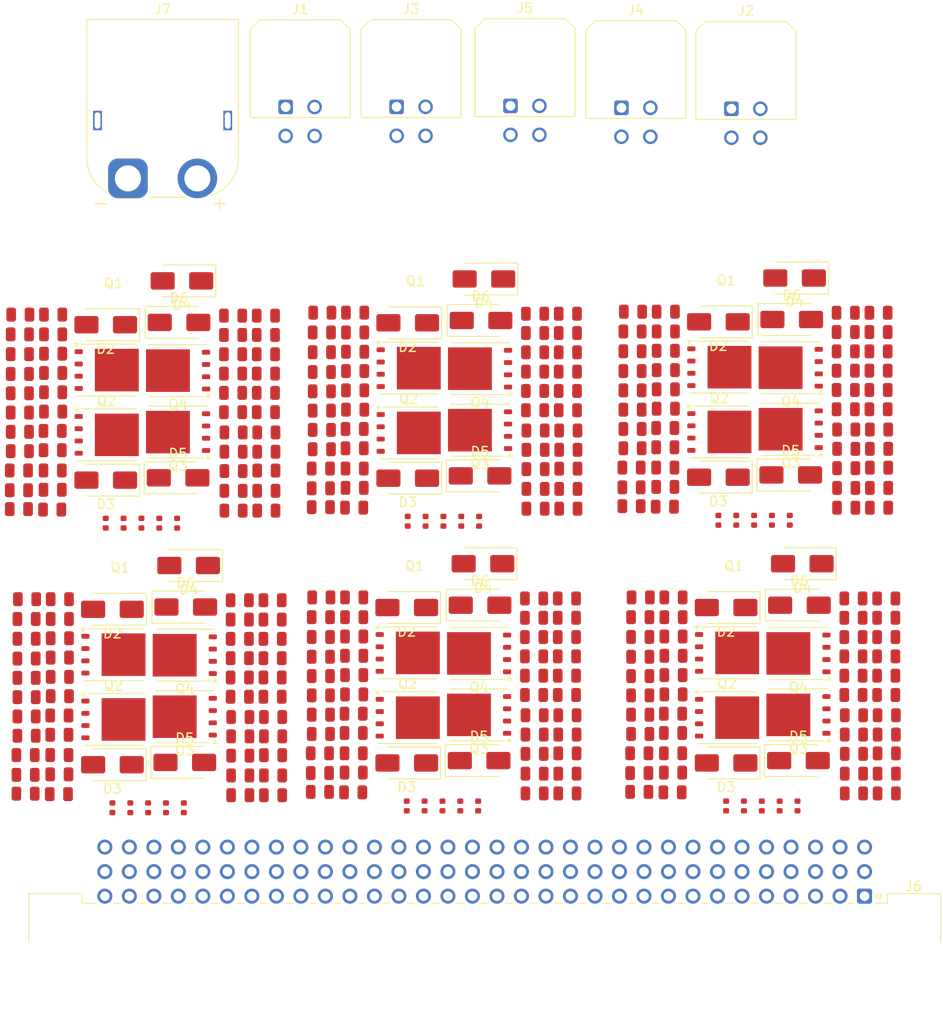
<source format=kicad_pcb>
(kicad_pcb (version 20241229) (generator "pcbnew") (generator_version "9.0")
  (layers (0 "F.Cu" signal) (2 "B.Cu" signal) (13 "F.Paste" user) (15 "B.Paste" user) (5 "F.SilkS" user "F.Silkscreen") (7 "B.SilkS" user "B.Silkscreen") (1 "F.Mask" user) (3 "B.Mask" user) (25 "Edge.Cuts" user))
  (net 0 "")
  (net 1 "GND")
  (net 2 "VIN_BL")
  (net 3 "VIN_BRIDGE")
  (net 4 "Net-(C2-Pad2)")
  (net 5 "Net-(C4-Pad2)")
  (net 6 "Net-(C6-Pad2)")
  (net 7 "Net-(C8-Pad2)")
  (net 8 "Net-(C10-Pad2)")
  (net 9 "Net-(C12-Pad2)")
  (net 10 "Net-(C14-Pad2)")
  (net 11 "Net-(C16-Pad2)")
  (net 12 "Net-(C18-Pad2)")
  (net 13 "Net-(C20-Pad2)")
  (net 14 "Net-(U1-VB)")
  (net 15 "/Conn1/HalfBridge/OUT")
  (net 16 "Net-(C24-Pad2)")
  (net 17 "Net-(C26-Pad2)")
  (net 18 "Net-(C28-Pad2)")
  (net 19 "Net-(C30-Pad2)")
  (net 20 "Net-(C32-Pad2)")
  (net 21 "Net-(C34-Pad2)")
  (net 22 "Net-(C36-Pad2)")
  (net 23 "Net-(C38-Pad2)")
  (net 24 "Net-(C40-Pad2)")
  (net 25 "Net-(C42-Pad2)")
  (net 26 "Net-(U2-VB)")
  (net 27 "/Conn1/HalfBridge1/OUT")
  (net 28 "/Conn2/HalfBridge1/OUT")
  (net 29 "/Conn2/HalfBridge/OUT")
  (net 30 "/Conn3/HalfBridge1/OUT")
  (net 31 "/Conn3/HalfBridge/OUT")
  (net 32 "/Conn4/HalfBridge1/OUT")
  (net 33 "/Conn4/HalfBridge/OUT")
  (net 34 "/Conn5/HalfBridge1/OUT")
  (net 35 "/Conn5/HalfBridge/OUT")
  (net 36 "Net-(J7-Pin_2)")
  (net 37 "Net-(D4-K)")
  (net 38 "Net-(J1-Pin_3)")
  (net 39 "+5V")
  (net 40 "Net-(J2-Pin_3)")
  (net 41 "Net-(J3-Pin_3)")
  (net 42 "Net-(J4-Pin_3)")
  (net 43 "Net-(J5-Pin_3)")
  (net 44 "/backplane/GPIOL15")
  (net 45 "/backplane/GPIOL13")
  (net 46 "/backplane/CAN2.-")
  (net 47 "/backplane/GPIOL6")
  (net 48 "/backplane/GPIOL2")
  (net 49 "/backplane/CAN2.+")
  (net 50 "/backplane/GPIOC12")
  (net 51 "+24V")
  (net 52 "/backplane/CAN1.-")
  (net 53 "/backplane/GPIOC0")
  (net 54 "/backplane/BACKPLANE.D-")
  (net 55 "/backplane/GPIOL1")
  (net 56 "/backplane/CAN1.+")
  (net 57 "/backplane/GPIOC2")
  (net 58 "/backplane/GPIOC3")
  (net 59 "+12V")
  (net 60 "/backplane/GPIOL5")
  (net 61 "/backplane/GPIOL9")
  (net 62 "/backplane/GPIOR15")
  (net 63 "/backplane/GPIOR10")
  (net 64 "/backplane/GPIOC14")
  (net 65 "+5V_STDBY")
  (net 66 "/backplane/GPIOR1")
  (net 67 "/backplane/GPIOC10")
  (net 68 "/backplane/GPIOL14")
  (net 69 "/backplane/GPIOR6")
  (net 70 "/backplane/GPIOC15")
  (net 71 "/backplane/GPIOC6")
  (net 72 "/backplane/GPIOL11")
  (net 73 "/backplane/GPIOR11")
  (net 74 "/backplane/GPIOR0")
  (net 75 "/backplane/GPIOC4")
  (net 76 "/backplane/GPIOR2")
  (net 77 "/backplane/GPIOR12")
  (net 78 "/backplane/GPIOC7")
  (net 79 "/backplane/GPIOC5")
  (net 80 "/backplane/GPIOC13")
  (net 81 "/backplane/GPIOL0")
  (net 82 "/backplane/GPIOR8")
  (net 83 "/backplane/GPIOR5")
  (net 84 "/backplane/GPIOR14")
  (net 85 "/backplane/GPIOC8")
  (net 86 "/backplane/GPIOR3")
  (net 87 "/backplane/GPIOL4")
  (net 88 "/backplane/GPIOL10")
  (net 89 "/backplane/GPIOR9")
  (net 90 "/backplane/GPIOC11")
  (net 91 "/backplane/GPIOR4")
  (net 92 "/backplane/GPIOR13")
  (net 93 "/backplane/GPIOC9")
  (net 94 "/backplane/GPIOR7")
  (net 95 "/backplane/GPIOL3")
  (net 96 "/backplane/BACKPLANE.D+")
  (net 97 "/backplane/GPIOL7")
  (net 98 "/backplane/GPIOL12")
  (net 99 "/backplane/GPIOC1")
  (net 100 "/backplane/GPIOL8")
  (net 101 "Net-(Q1-G)")
  (net 102 "Net-(Q2-G)")
  (net 103 "Net-(Q3-G)")
  (net 104 "Net-(Q4-G)")
  (net 105 "Net-(U2-EN)")
  (net 106 "Net-(U2-IN)")
  (net 107 "/Conn1/Bridge_IN2")
  (net 108 "Net-(U2-DT)")
  (net 109 "Net-(U2-HO)")
  (footprint "PCM_JLCPCB:C_0805" (layer "F.Cu") (at 131.9 118.81 180)
    (property "Reference" "C9" (hide yes))
    (property "Value" "10uF")
  )
  (footprint "PCM_JLCPCB:R_0402" (layer "F.Cu") (at 106.95 151.87 -90)
    (property "Reference" "R11" (hide yes))
    (property "Value" "10kΩ" (hide yes))
  )
  (footprint "PCM_JLCPCB:C_0805" (layer "F.Cu") (at 99.75 104.81 180)
    (property "Reference" "C4" (hide yes))
    (property "Value" "10uF")
  )
  (footprint "PCM_JLCPCB:C_0805" (layer "F.Cu") (at 121.75 144.47 180)
    (property "Reference" "C26" (hide yes))
    (property "Value" "10uF")
  )
  (footprint "PCM_JLCPCB:R_0402" (layer "F.Cu") (at 141.9 151.87 -90)
    (property "Reference" "R10" (hide yes))
    (property "Value" "10kΩ" (hide yes))
  )
  (footprint "PCM_JLCPCB:C_0805" (layer "F.Cu") (at 99.6 146.41 180)
    (property "Reference" "C10" (hide yes))
    (property "Value" "10uF")
  )
  (footprint "Diode_SMD:D_SMA" (layer "F.Cu") (at 73.9 118.11 180)
    (property "Reference" "D3")
    (property "Value" "SS38")
  )
  (footprint "PCM_JLCPCB:C_0805" (layer "F.Cu") (at 99.6 148.41 180)
    (property "Reference" "C9" (hide yes))
    (property "Value" "10uF")
  )
  (footprint "PCM_JLCPCB:R_0402" (layer "F.Cu") (at 73.9 122.57 -90)
    (property "Reference" "R12" (hide yes))
    (property "Value" "10kΩ" (hide yes))
  )
  (footprint "Package_TO_SOT_SMD:TDSON-8-1" (layer "F.Cu") (at 145.7 142.435 180)
    (property "Reference" "Q3")
    (property "Value" "XR30N06F")
  )
  (footprint "Diode_SMD:D_SMA" (layer "F.Cu") (at 73.9 102.01 180)
    (property "Reference" "D2")
    (property "Value" "SS38")
  )
  (footprint "PCM_JLCPCB:C_0805" (layer "F.Cu") (at 96.3 106.91 180)
    (property "Reference" "C7" (hide yes))
    (property "Value" "10uF")
  )
  (footprint "PCM_JLCPCB:R_0402" (layer "F.Cu") (at 76.445 152.055 -90)
    (property "Reference" "R11" (hide yes))
    (property "Value" "10kΩ" (hide yes))
  )
  (footprint "PCM_JLCPCB:C_0805" (layer "F.Cu") (at 121.85 121.07 180)
    (property "Reference" "C24" (hide yes))
    (property "Value" "10uF")
  )
  (footprint "PCM_JLCPCB:C_0805" (layer "F.Cu") (at 121.75 142.47 180)
    (property "Reference" "C28" (hide yes))
    (property "Value" "10uF")
  )
  (footprint "PCM_JLCPCB:C_0805" (layer "F.Cu") (at 91.195 136.555 180)
    (property "Reference" "C32" (hide yes))
    (property "Value" "10uF")
  )
  (footprint "PCM_JLCPCB:C_0805" (layer "F.Cu") (at 90.55 121.27 180)
    (property "Reference" "C24" (hide yes))
    (property "Value" "10uF")
  )
  (footprint "PCM_JLCPCB:C_0805" (layer "F.Cu") (at 154.85 142.47 180)
    (property "Reference" "C28" (hide yes))
    (property "Value" "10uF")
  )
  (footprint "PCM_JLCPCB:C_0805" (layer "F.Cu") (at 129.3 132.31 180)
    (property "Reference" "C16" (hide yes))
    (property "Value" "10uF")
  )
  (footprint "Diode_SMD:D_SMA" (layer "F.Cu") (at 82.095 147.355)
    (property "Reference" "D5")
    (property "Value" "SS38")
  )
  (footprint "PCM_JLCPCB:C_0805" (layer "F.Cu") (at 65.595 148.645 180)
    (property "Reference" "C20" (hide yes))
    (property "Value" "10uF")
  )
  (footprint "PCM_JLCPCB:C_0805" (layer "F.Cu") (at 65 103.01 180)
    (property "Reference" "C16" (hide yes))
    (property "Value" "10uF")
  )
  (footprint "Package_TO_SOT_SMD:TDSON-8-1" (layer "F.Cu") (at 74.695 142.905)
    (property "Reference" "Q2")
    (property "Value" "XR30N06F")
  )
  (footprint "PCM_JLCPCB:C_0805" (layer "F.Cu") (at 132.7 148.41 180)
    (property "Reference" "C9" (hide yes))
    (property "Value" "10uF")
  )
  (footprint "PCM_JLCPCB:C_0805" (layer "F.Cu") (at 87.1 101.07 180)
    (property "Reference" "C39" (hide yes))
    (property "Value" "10uF")
  )
  (footprint "Package_TO_SOT_SMD:TDSON-8-1" (layer "F.Cu") (at 145.7 136.065 180)
    (property "Reference" "Q4")
    (property "Value" "XR30N06F")
  )
  (footprint "PCM_JLCPCB:C_0805" (layer "F.Cu") (at 69.145 140.495 180)
    (property "Reference" "C1" (hide yes))
    (property "Value" "10uF")
  )
  (footprint "PCM_JLCPCB:C_0805" (layer "F.Cu") (at 99.75 106.81 180)
    (property "Reference" "C3" (hide yes))
    (property "Value" "10uF")
  )
  (footprint "Package_TO_SOT_SMD:TDSON-8-1" (layer "F.Cu") (at 105.3 106.51)
    (property "Reference" "Q1")
    (property "Value" "XR30N06F")
  )
  (footprint "PCM_JLCPCB:C_0805" (layer "F.Cu") (at 90.55 115.17 180)
    (property "Reference" "C26" (hide yes))
    (property "Value" "10uF")
  )
  (footprint "PCM_JLCPCB:C_0805" (layer "F.Cu") (at 121.75 148.52 180)
    (property "Reference" "C23" (hide yes))
    (property "Value" "10uF")
  )
  (footprint "PCM_JLCPCB:C_0805" (layer "F.Cu") (at 68.45 103.01 180)
    (property "Reference" "C5" (hide yes))
    (property "Value" "10uF")
  )
  (footprint "PCM_JLCPCB:C_0805" (layer "F.Cu") (at 87.1 111.07 180)
    (property "Reference" "C43" (hide yes))
    (property "Value" "10uF")
  )
  (footprint "PCM_JLCPCB:R_0402" (layer "F.Cu") (at 112.6 122.37 -90)
    (property "Reference" "R8" (hide yes))
    (property "Value" "10kΩ" (hide yes))
  )
  (footprint "PCM_JLCPCB:C_0805" (layer "F.Cu") (at 65.695 132.495 180)
    (property "Reference" "C16" (hide yes))
    (property "Value" "10uF")
  )
  (footprint "PCM_JLCPCB:C_0805" (layer "F.Cu") (at 121.8 100.87 180)
    (property "Reference" "C40" (hide yes))
    (property "Value" "10uF")
  )
  (footprint "PCM_JLCPCB:R_0402" (layer "F.Cu") (at 77.6 122.57 -90)
    (property "Reference" "R10" (hide yes))
    (property "Value" "10kΩ" (hide yes))
  )
  (footprint "Package_TO_SOT_SMD:TDSON-8-1" (layer "F.Cu") (at 81.4 106.765 180)
    (property "Reference" "Q4")
    (property "Value" "XR30N06F")
  )
  (footprint "PCM_JLCPCB:R_0402" (layer "F.Cu") (at 142.95 122.27 -90)
    (property "Reference" "R9" (hide yes))
    (property "Value" "10kΩ" (hide yes))
  )
  (footprint "PCM_JLCPCB:C_0805" (layer "F.Cu") (at 151.45 150.57 180)
    (property "Reference" "C35" (hide yes))
    (property "Value" "10uF")
  )
  (footprint "Diode_SMD:D_SMA" (layer "F.Cu") (at 74.595 147.595 180)
    (property "Reference" "D3")
    (property "Value" "SS38")
  )
  (footprint "Package_TO_SOT_SMD:TDSON-8-1" (layer "F.Cu") (at 81.4 113.135 180)
    (property "Reference" "Q3")
    (property "Value" "XR30N06F")
  )
  (footprint "PCM_JLCPCB:C_0805" (layer "F.Cu") (at 65.695 138.595 180)
    (property "Reference" "C15" (hide yes))
    (property "Value" "10uF")
  )
  (footprint "PCM_JLCPCB:C_0805" (layer "F.Cu") (at 128.5 108.81 180)
    (property "Reference" "C15" (hide yes))
    (property "Value" "10uF")
  )
  (footprint "PCM_JLCPCB:C_0805" (layer "F.Cu") (at 121.8 110.87 180)
    (property "Reference" "C30" (hide yes))
    (property "Value" "10uF")
  )
  (footprint "Diode_SMD:D_SMA" (layer "F.Cu") (at 145.7 147.17)
    (property "Reference" "D5")
    (property "Value" "SS38")
  )
  (footprint "Package_TO_SOT_SMD:TDSON-8-1" (layer "F.Cu") (at 137.5 113.12)
    (property "Reference" "Q2")
    (property "Value" "XR30N06F")
  )
  (footprint "PCM_JLCPCB:C_0805" (layer "F.Cu") (at 68.45 109.01 180)
    (property "Reference" "C2" (hide yes))
    (property "Value" "10uF")
  )
  (footprint "Diode_SMD:D_SMA" (layer "F.Cu") (at 82.495 126.955 180)
    (property "Reference" "D4")
    (property "Value" "SS38")
  )
  (footprint "Package_TO_SOT_SMD:TDSON-8-1" (layer "F.Cu") (at 105.2 142.72)
    (property "Reference" "Q2")
    (property "Value" "XR30N06F")
  )
  (footprint "PCM_JLCPCB:C_0805" (layer "F.Cu") (at 87.845 150.755 180)
    (property "Reference" "C35" (hide yes))
    (property "Value" "10uF")
  )
  (footprint "PCM_JLCPCB:C_0805" (layer "F.Cu") (at 128.5 106.81 180)
    (property "Reference" "C7" (hide yes))
    (property "Value" "10uF")
  )
  (footprint "PCM_JLCPCB:R_0402" (layer "F.Cu") (at 144.8 122.27 -90)
    (property "Reference" "R8" (hide yes))
    (property "Value" "10kΩ" (hide yes))
  )
  (footprint "PCM_JLCPCB:C_0805" (layer "F.Cu") (at 65.695 144.595 180)
    (property "Reference" "C22" (hide yes))
    (property "Value" "10uF")
  )
  (footprint "PCM_JLCPCB:C_0805" (layer "F.Cu") (at 121.7 140.37 180)
    (property "Reference" "C30" (hide yes))
    (property "Value" "10uF")
  )
  (footprint "PCM_JLCPCB:C_0805" (layer "F.Cu") (at 118.45 119.02 180)
    (property "Reference" "C41" (hide yes))
    (property "Value" "10uF")
  )
  (footprint "PCM_JLCPCB:C_0805" (layer "F.Cu") (at 65.695 142.595 180)
    (property "Reference" "C13" (hide yes))
    (property "Value" "10uF")
  )
  (footprint "Diode_SMD:D_SMA" (layer "F.Cu") (at 112.6 147.17)
    (property "Reference" "D5")
    (property "Value" "SS38")
  )
  (footprint "PCM_JLCPCB:C_0805" (layer "F.Cu") (at 87.845 142.655 180)
    (property "Reference" "C25" (hide yes))
    (property "Value" "10uF")
  )
  (footprint "PCM_JLCPCB:C_0805" (layer "F.Cu") (at 99.7 116.91 180)
    (property "Reference" "C10" (hide yes))
    (property "Value" "10uF")
  )
  (footprint "PCM_JLCPCB:C_0805" (layer "F.Cu") (at 96.3 114.91 180)
    (property "Reference" "C22" (hide yes))
    (property "Value" "10uF")
  )
  (footprint "PCM_JLCPCB:C_0805" (layer "F.Cu") (at 65 111.11 180)
    (property "Reference" "C14" (hide yes))
    (property "Value" "10uF")
  )
  (footprint "PCM_JLCPCB:C_0805" (layer "F.Cu") (at 129.2 148.46 180)
    (property "Reference" "C20" (hide yes))
    (property "Value" "10uF")
  )
  (footprint "PCM_JLCPCB:C_0805" (layer "F.Cu") (at 154.85 148.52 180)
    (property "Reference" "C23" (hide yes))
    (property "Value" "10uF")
  )
  (footprint "PCM_JLCPCB:C_0805" (layer "F.Cu") (at 121.8 108.87 180)
    (property "Reference" "C31" (hide yes))
    (property "Value" "10uF")
  )
  (footprint "PCM_JLCPCB:C_0805" (layer "F.Cu") (at 64.9 117.11 180)
    (property "Reference" "C21" (hide yes))
    (property "Value" "10uF")
  )
  (footprint "PCM_JLCPCB:C_0805" (layer "F.Cu") (at 129.3 144.41 180)
    (property "Reference" "C22" (hide yes))
    (property "Value" "10uF")
  )
  (footprint "PCM_JLCPCB:C_0805" (layer "F.Cu") (at 68.45 111.01 180)
    (property "Reference" "C1" (hide yes))
    (property "Value" "10uF")
  )
  (footprint "PCM_JLCPCB:C_0805" (layer "F.Cu") (at 96.1 150.41 180)
    (property "Reference" "C19" (hide yes))
    (property "Value" "10uF")
  )
  (footprint "PCM_JLCPCB:C_0805" (layer "F.Cu") (at 65.745 130.445 180)
    (property "Reference" "C17" (hide yes))
    (property "Value" "10uF")
  )
  (footprint "PCM_JLCPCB:C_0805" (layer "F.Cu") (at 65.595 150.595 180)
    (property "Reference" "C19" (hide yes))
    (property "Value" "10uF")
  )
  (footprint "PCM_JLCPCB:C_0805" (layer "F.Cu") (at 69.145 138.495 180)
    (property "Reference" "C2" (hide yes))
    (property "Value" "10uF")
  )
  (footprint "PCM_JLCPCB:C_0805" (layer "F.Cu") (at 91.195 134.555 180)
    (property "Reference" "C33" (hide yes))
    (property "Value" "10uF")
  )
  (footprint "PCM_JLCPCB:C_0805" (layer "F.Cu") (at 150.6 104.77 180)
    (property "Reference" "C37" (hide yes))
    (property "Value" "10uF")
  )
  (footprint "PCM_JLCPCB:C_0805" (layer "F.Cu") (at 87.1 107.07 180)
    (property "Reference" "C36" (hide yes))
    (property "Value" "10uF")
  )
  (footprint "PCM_JLCPCB:C_0805" (layer "F.Cu") (at 118.3 130.37 180)
    (property "Reference" "C39" (hide yes))
    (property "Value" "10uF")
  )
  (footprint "PCM_JLCPCB:C_0805" (layer "F.Cu") (at 151.4 134.37 180)
    (property "Reference" "C37" (hide yes))
    (property "Value" "10uF")
  )
  (footprint "PCM_JLCPCB:C_0805" (layer "F.Cu") (at 68.4 117.11 180)
    (property "Reference" "C10" (hide yes))
    (property "Value" "10uF")
  )
  (footprint "PCM_JLCPCB:C_0805" (layer "F.Cu") (at 99.65 134.31 180)
    (property "Reference" "C4" (hide yes))
    (property "Value" "10uF")
  )
  (footprint "PCM_JLCPCB:C_0805" (layer "F.Cu") (at 64.9 119.16 180)
    (property "Reference" "C20" (hide yes))
    (property "Value" "10uF")
  )
  (footprint "PCM_JLCPCB:R_0402" (layer "F.Cu") (at 108.9 122.37 -90)
    (property "Reference" "R10" (hide yes))
    (property "Value" "10kΩ" (hide yes))
  )
  (footprint "PCM_JLCPCB:C_0805" (layer "F.Cu") (at 91.245 142.655 180)
    (property "Reference" "C28" (hide yes))
    (property "Value" "10uF")
  )
  (footprint "Package_TO_SOT_SMD:TDSON-8-1" (layer "F.Cu") (at 112.6 136.065 180)
    (property "Reference" "Q4")
    (property "Value" "XR30N06F")
  )
  (footprint "PCM_JLCPCB:C_0805" (layer "F.Cu") (at 129.2 146.41 180)
    (property "Reference" "C21" (hide yes))
    (property "Value" "10uF")
  )
  (footprint "PCM_JLCPCB:C_0805" (layer "F.Cu") (at 118.35 146.47 180)
    (property "Reference" "C42" (hide yes))
    (property "Value" "10uF")
  )
  (footprint "Package_TO_SOT_SMD:TDSON-8-1" (layer "F.Cu") (at 144.9 106.465 180)
    (property "Reference" "Q4")
    (property "Value" "XR30N06F")
  )
  (footprint "Diode_SMD:D_SMA" (layer "F.Cu") (at 145.3 97.17 180)
    (property "Reference" "D4")
    (property "Value" "SS38")
  )
  (footprint "Diode_SMD:D_SMA" (layer "F.Cu") (at 146.1 126.77 180)
    (property "Reference" "D4")
    (property "Value" "SS38")
  )
  (footprint "PCM_JLCPCB:C_0805" (layer "F.Cu") (at 131.85 120.86 180)
    (property "Reference" "C18" (hide yes))
    (property "Value" "10uF")
  )
  (footprint "PCM_JLCPCB:C_0805" (layer "F.Cu") (at 132.7 146.41 180)
    (property "Reference" "C10" (hide yes))
    (property "Value" "10uF")
  )
  (footprint "PCM_JLCPCB:C_0805" (layer "F.Cu") (at 151.4 140.37 180)
    (property "Reference" "C43" (hide yes))
    (property "Value" "10uF")
  )
  (footprint "PCM_JLCPCB:C_0805" (layer "F.Cu") (at 121.85 116.92 180)
    (property "Reference" "C29" (hide yes))
    (property "Value" "10uF")
  )
  (footprint "Connector_Molex:Molex_Micro-Fit_3.0_43045-0400_2x02_P3.00mm_Horizontal" (layer "F.Cu") (at 92.55 79.45)
    (property "Reference" "J1")
    (property "Value" "Molex_Micro-Fit_3.0 2x2")
  )
  (footprint "PCM_JLCPCB:C_0805" (layer "F.Cu") (at 91.245 150.755 180)
    (property "Reference" "C24" (hide yes))
    (property "Value" "10uF")
  )
  (footprint "Package_TO_SOT_SMD:TDSON-8-1" (layer "F.Cu") (at 74 113.42)
    (property "Reference" "Q2")
    (property "Value" "XR30N06F")
  )
  (footprint "Diode_SMD:D_SMA" (layer "F.Cu") (at 113.1 97.27 180)
    (property "Reference" "D4")
    (property "Value" "SS38")
  )
  (footprint "PCM_JLCPCB:C_0805" (layer "F.Cu") (at 121.8 104.87 180)
    (property "Reference" "C33" (hide yes))
    (property "Value" "10uF")
  )
  (footprint "PCM_JLCPCB:C_0805" (layer "F.Cu") (at 154.8 138.37 180)
    (property "Reference" "C31" (hide yes))
    (property "Value" "10uF")
  )
  (footprint "PCM_JLCPCB:C_0805" (layer "F.Cu") (at 131.9 114.71 180)
    (property "Reference" "C11" (hide yes))
    (property "Value" "10uF")
  )
  (footprint "PCM_JLCPCB:C_0805" (layer "F.Cu") (at 99.65 136.31 180)
    (property "Reference" "C3" (hide yes))
    (property "Value" "10uF")
  )
  (footprint "PCM_JLCPCB:C_0805" (layer "F.Cu") (at 96.35 100.76 180)
    (property "Reference" "C17" (hide yes))
    (property "Value" "10uF")
  )
  (footprint "PCM_JLCPCB:C_0805" (layer "F.Cu") (at 96.2 116.91 180)
    (property "Reference" "C21" (hide yes))
    (property "Value" "10uF")
  )
  (footprint "PCM_JLCPCB:C_0805" (layer "F.Cu") (at 65 105.06 180)
    (property "Reference" "C8" (hide yes))
    (property "Value" "10uF")
  )
  (footprint "Diode_SMD:D_SMA" (layer "F.Cu") (at 112.7 117.67)
    (property "Reference" "D5")
    (property "Value" "SS38")
  )
  (footprint "PCM_JLCPCB:C_0805" (layer "F.Cu") (at 87.1 109.07 180)
    (property "Reference" "C44" (hide yes))
    (property "Value" "10uF")
  )
  (footprint "PCM_JLCPCB:C_0805" (layer "F.Cu") (at 68.45 105.01 180)
    (property "Reference" "C4" (hide yes))
    (property "Value" "10uF")
  )
  (footprint "PCM_JLCPCB:C_0805" (layer "F.Cu") (at 131.95 100.66 180)
    (property "Reference" "C6" (hide yes))
    (property "Value" "10uF")
  )
  (footprint "Package_TO_SOT_SMD:TDSON-8-1" (layer "F.Cu") (at 112.6 142.435 180)
    (property "Reference" "Q3")
    (property "Value" "XR30N06F")
  )
  (footprint "PCM_JLCPCB:C_0805" (layer "F.Cu") (at 87.795 136.555 180)
    (property "Reference" "C36" (hide yes))
    (property "Value" "10uF")
  )
  (footprint "PCM_JLCPCB:C_0805" (layer "F.Cu") (at 128.4 116.81 180)
    (property "Reference" "C21" (hide yes))
    (property "Value" "10uF")
  )
  (footprint "PCM_JLCPCB:C_0805" (layer "F.Cu") (at 118.4 108.87 180)
    (property "Reference" "C44" (hide yes))
    (property "Value" "10uF")
  )
  (footprint "PCM_JLCPCB:C_0805" (layer "F.Cu") (at 151.45 146.47 180)
    (property "Reference" "C42" (hide yes))
    (property "Value" "10uF")
  )
  (footprint "PCM_JLCPCB:C_0805" (layer "F.Cu") (at 131.95 108.71 180)
    (property "Reference" "C2" (hide yes))
    (property "Value" "10uF")
  )
  (footprint "PCM_JLCPCB:C_0805" (layer "F.Cu") (at 150.6 106.77 180)
    (property "Reference" "C36" (hide yes))
    (property "Value" "10uF")
  )
  (footprint "PCM_JLCPCB:C_0805" (layer "F.Cu") (at 96.2 132.31 180)
    (property "Reference" "C16" (hide yes))
    (property "Value" "10uF")
  )
  (footprint "PCM_JLCPCB:R_0402" (layer "F.Cu") (at 81.3 122.57 -90)
    (property "Reference" "R8" (hide yes))
    (property "Value" "10kΩ" (hide yes))
  )
  (footprint "PCM_JLCPCB:C_0805" (layer "F.Cu") (at 121.7 138.37 180)
    (property "Reference" "C31" (hide yes))
    (property "Value" "10uF")
  )
  (footprint "PCM_JLCPCB:C_0805" (layer "F.Cu") (at 96.2 138.41 180)
    (property "Reference" "C15" (hide yes))
    (property "Value" "10uF")
  )
  (footprint "PCM_JLCPCB:C_0805" (layer "F.Cu") (at 96.1 146.41 180)
    (property "Reference" "C21" (hide yes))
    (property "Value" "10uF")
  )
  (footprint "PCM_JLCPCB:C_0805" (layer "F.Cu") (at 96.3 108.91 180)
    (property "Reference" "C15" (hide yes))
    (property "Value" "10uF")
  )
  (footprint "PCM_JLCPCB:C_0805" (layer "F.Cu") (at 121.7 136.37 180)
    (property "Reference" "C32" (hide yes))
    (property "Value" "10uF")
  )
  (footprint "PCM_JLCPCB:C_0805" (layer "F.Cu") (at 91.195 140.555 180)
    (property "Reference" "C30" (hide yes))
    (property "Value" "10uF")
  )
  (footprint "Package_TO_SOT_SMD:TDSON-8-1" (layer "F.Cu") (at 144.9 112.835 180)
    (property "Reference" "Q3")
    (property "Value" "XR30N06F")
  )
  (footprint "PCM_JLCPCB:C_0805" (layer "F.Cu") (at 64.9 121.11 180)
    (property "Reference" "C19" (hide yes))
    (property "Value" "10uF")
  )
  (footprint "PCM_JLCPCB:C_0805" (layer "F.Cu") (at 121.75 150.57 180)
    (property "Reference" "C24" (hide yes))
    (property "Value" "10uF")
  )
  (footprint "PCM_JLCPCB:C_0805" (layer "F.Cu") (at 118.4 102.87 180)
    (property "Reference" "C38" (hide yes))
    (property "Value" "10uF")
  )
  (footprint "PCM_JLCPCB:R_0402" (layer "F.Cu") (at 143.75 151.87 -90)
    (property "Reference" "R9" (hide yes))
    (property "Value" "10kΩ" (hide yes))
  )
  (footprint "PCM_JLCPCB:C_0805" (layer "F.Cu") (at 87.845 148.705 180)
    (property "Reference" "C41" (hide yes))
    (property "Value" "10uF")
  )
  (footprint "PCM_JLCPCB:C_0805" (layer "F.Cu") (at 65.05 100.96 180)
    (property "Reference" "C17" (hide yes))
    (property "Value" "10uF")
  )
  (footprint "PCM_JLCPCB:C_0805" (layer "F.Cu") (at 96.2 118.96 180)
    (property "Reference" "C20" (hide yes))
    (property "Value" "10uF")
  )
  (footprint "Package_TO_SOT_SMD:TDSON-8-1" (layer "F.Cu") (at 82.095 136.25 180)
    (property "Reference" "Q4")
    (property "Value" "XR30N06F")
  )
  (footprint "Package_TO_SOT_SMD:TDSON-8-1" (layer "F.Cu") (at 82.095 142.62 180)
    (property "Reference" "Q3")
    (property "Value" "XR30N06F")
  )
  (footprint "Diode_SMD:D_SMA" (layer "F.Cu") (at 74.595 131.495 180)
    (property "Reference" "D2")
    (property "Value" "SS38")
  )
  (footprint "Diode_SMD:D_SMA" (layer "F.Cu") (at 138.2 147.41 180)
    (property "Reference" "D3")
    (property "Value" "SS38")
  )
  (footprint "PCM_JLCPCB:R_0402" (layer "F.Cu") (at 80.145 152.055 -90)
    (property "Reference" "R9" (hide yes))
    (property "Value" "10kΩ" (hide yes))
  )
  (footprint "PCM_JLCPCB:C_0805" (layer "F.Cu") (at 154.05 116.82 180)
    (property "Reference" "C29" (hide yes))
    (property "Value" "10uF")
  )
  (footprint "PCM_JLCPCB:C_0805" (layer "F.Cu") (at 150.65 112.87 180)
    (property "Reference" "C25" (hide yes))
    (property "Value" "10uF")
  )
  (footprint "PCM_JLCPCB:C_0805" (layer "F.Cu") (at 121.85 114.97 180)
    (property "Reference" "C26" (hide yes))
    (property "Value" "10uF")
  )
  (footprint "PCM_JLCPCB:C_0805" (layer "F.Cu") (at 90.5 109.07 180)
    (property "Reference" "C31" (hide yes))
    (property "Value" "10uF")
  )
  (footprint "PCM_JLCPCB:C_0805" (layer "F.Cu") (at 118.45 112.97 180)
    (property "Reference" "C25" (hide yes))
    (property "Value" "10uF")
  )
  (footprint "PCM_JLCPCB:C_0805" (layer "F.Cu") (at 65 109.11 180)
    (property "Reference" "C15" (hide yes))
    (property "Value" "10uF")
  )
  (footprint "PCM_JLCPCB:C_0805" (layer "F.Cu") (at 131.95 106.71 180)
    (property "Reference" "C3" (hide yes))
    (property "Value" "10uF")
  )
  (footprint "PCM_JLCPCB:C_0805" (layer "F.Cu") (at 99.65 130.26 180)
    (property "Reference" "C6" (hide yes))
    (property "Value" "10uF")
  )
  (footprint "PCM_JLCPCB:C_0805" (layer "F.Cu") (at 69.095 142.495 180)
    (property "Reference" "C12" (hide yes))
    (property "Value" "10uF")
  )
  (footprint "PCM_JLCPCB:C_0805" (layer "F.Cu") (at 150.65 114.87 180)
    (property "Reference" "C27" (hide yes))
    (property "Value" "10uF")
  )
  (footprint "PCM_JLCPCB:C_0805" (layer "F.Cu") (at 121.7 130.37 180)
    (property "Reference" "C40" (hide yes))
    (property "Value" "10uF")
  )
  (footprint "Diode_SMD:D_SMA" (layer "F.Cu") (at 105.1 147.41 180)
    (property "Reference" "D3")
    (property "Value" "SS38")
  )
  (footprint "PCM_JLCPCB:C_0805" (layer "F.Cu") (at 96.3 104.86 180)
    (property "Reference" "C8" (hide yes))
    (property "Value" "10uF")
  )
  (footprint "PCM_JLCPCB:C_0805" (layer "F.Cu") (at 69.145 136.495 180)
    (property "Reference" "C3" (hide yes))
    (property "Value" "10uF")
  )
  (footprint "PCM_JLCPCB:C_0805" (layer "F.Cu") (at 91.245 148.705 180)
    (property "Reference" "C23" (hide yes))
    (property "Value" "10uF")
  )
  (footprint "PCM_JLCPCB:C_0805" (layer "F.Cu") (at 154.8 132.37 180)
    (property "Reference" "C34" (hide yes))
    (property "Value" "10uF")
  )
  (footprint "Package_TO_SOT_SMD:TDSON-8-1" (layer "F.Cu") (at 138.3 136.01)
    (property "Reference" "Q1")
    (property "Value" "XR30N06F")
  )
  (footprint "Connector_AMASS:AMASS_XT60PW-M_1x02_P7.20mm_Horizontal" (layer "F.Cu") (at 76.2 86.85)
    (property "Reference" "J7")
    (property "Value" "AMASS XT60")
  )
  (footprint "PCM_JLCPCB:C_0805" (layer "F.Cu") (at 121.7 132.37 180)
    (property "Reference" "C34" (hide yes))
    (property "Value" "10uF")
  )
  (footprint "PCM_JLCPCB:C_0805" (layer "F.Cu") (at 69.145 132.495 180)
    (property "Reference" "C5" (hide yes))
    (property "Value" "10uF")
  )
  (footprint "PCM_JLCPCB:C_0805" (layer "F.Cu") (at 69.145 130.445 180)
    (property "Reference" "C6" (hide yes))
    (property "Value" "10uF")
  )
  (footprint "Package_TO_SOT_SMD:TDSON-8-1" (layer "F.Cu") (at 138.3 142.72)
    (property "Reference" "Q2")
    (property "Value" "XR30N06F")
  )
  (footprint "PCM_JLCPCB:C_0805" (layer "F.Cu") (at 65.695 136.595 180)
    (property "Reference" "C7" (hide yes))
    (property "Value" "10uF")
  )
  (footprint "PCM_JLCPCB:C_0805" (layer "F.Cu") (at 129.2 150.41 180)
    (property "Reference" "C19" (hide yes))
    (property "Value" "10uF")
  )
  (footprint "PCM_JLCPCB:C_0805" (layer "F.Cu") (at 131.95 102.71 180)
    (property "Reference" "C5" (hide yes))
    (property "Value" "10uF")
  )
  (footprint "PCM_JLCPCB:C_0805" (layer "F.Cu") (at 121.85 112.97 180)
    (property "Reference" "C28" (hide yes))
    (property "Value" "10uF")
  )
  (footprint "PCM_JLCPCB:C_0805" (layer "F.Cu") (at 87.15 115.17 180)
    (property "Reference" "C27" (hide yes))
    (property "Value" "10uF")
  )
  (footprint "PCM_JLCPCB:R_0402" (layer "F.Cu") (at 140.05 151.87 -90)
    (property "Reference" "R11" (hide yes))
    (property "Value" "10kΩ" (hide yes))
  )
  (footprint "PCM_JLCPCB:C_0805" (layer "F.Cu") (at 87.795 132.555 180)
    (property "Reference" "C38" (hide yes))
    (property "Value" "10uF")
  )
  (footprint "PCM_JLCPCB:C_0805" (layer "F.Cu") (at 99.7 112.81 180)
    (property "Reference" "C12" (hide yes))
    (property "Value" "10uF")
  )
  (footprint "PCM_JLCPCB:C_0805" (layer "F.Cu") (at 154 104.77 180)
    (property "Reference" "C33" (hide yes))
    (property "Value" "10uF")
  )
  (footprint "PCM_JLCPCB:C_0805" (layer "F.Cu") (at 151.4 132.37 180)
    (property "Reference" "C38" (hide yes))
    (property "Value" "10uF")
  )
  (footprint "PCM_JLCPCB:C_0805" (layer "F.Cu") (at 121.7 134.37 180)
    (property "Reference" "C33" (hide yes))
    (property "Value" "10uF")
  )
  (footprint "PCM_JLCPCB:C_0805" (layer "F.Cu") (at 132.75 140.31 180)
    (property "Reference" "C1" (hide yes))
    (property "Value" "10uF")
  )
  (footprint "PCM_JLCPCB:R_0402" (layer "F.Cu") (at 139.25 122.27 -90)
    (property "Reference" "R11" (hide yes))
    (property "Value" "10kΩ" (hide yes))
  )
  (footprint "PCM_JLCPCB:C_0805" (layer "F.Cu") (at 132.65 150.46 180)
    (property "Reference" "C18" (hide yes))
    (property "Value" "10uF")
  )
  (footprint "PCM_JLCPCB:C_0805" (layer "F.Cu") (at 96.2 142.41 180)
    (property "Reference" "C13" (hide yes))
    (property "Value" "10uF")
  )
  (footprint "PCM_JLCPCB:C_0805" (layer "F.Cu") (at 90.5 111.07 180)
    (property "Reference" "C30" (hide yes))
    (property "Value" "10uF")
  )
  (footprint "PCM_JLCPCB:C_0805" (layer "F.Cu") (at 128.4 118.86 180)
    (property "Reference" "C20" (hide yes))
    (property "Value" "10uF")
  )
  (footprint "PCM_JLCPCB:C_0805" (layer "F.Cu") (at 65.695 140.595 180)
    (property "Reference" "C14" (hide yes))
    (property "Value" "10uF")
  )
  (footprint "PCM_JLCPCB:C_0805" (layer "F.Cu") (at 128.5 112.81 180)
    (property "Reference" "C13" (hide yes))
    (property "Value" "10uF")
  )
  (footprint "PCM_JLCPCB:C_0805" (layer "F.Cu") (at 118.35 144.47 180)
    (property "Reference" "C27" (hide yes))
    (property "Value" "10uF")
  )
  (footprint "PCM_JLCPCB:C_0805" (layer "F.Cu") (at 68.35 121.16 180)
    (property "Reference" "C18" (hide yes))
    (property "Value" "10uF")
  )
  (footprint "PCM_JLCPCB:C_0805" (layer "F.Cu") (at 91.195 138.555 180)
    (property "Reference" "C31" (hide yes))
    (property "Value" "10uF")
  )
  (footprint "PCM_JLCPCB:C_0805" (layer "F.Cu") (at 99.75 110.81 180)
    (property "Reference" "C1" (hide yes))
    (property "Value" "10uF")
  )
  (footprint "PCM_JLCPCB:C_0805" (layer "F.Cu") (at 118.4 110.87 180)
    (property "Reference" "C43" (hide yes))
    (property "Value" "10uF")
  )
  (footprint "Connector_Molex:Molex_Micro-Fit_3.0_43045-0400_2x02_P3.00mm_Horizontal" (layer "F.Cu") (at 115.85 79.335)
    (property "Reference" "J5")
    (property "Value" "Molex_Micro-Fit_3.0 2x2")
  )
  (footprint "Diode_SMD:D_SMA" (layer "F.Cu") (at 105.2 101.81 180)
    (property "Reference" "D2")
    (property "Value" "SS38")
  )
  (footprint "PCM_JLCPCB:C_0805" (layer "F.Cu") (at 87.15 119.22 180)
    (property "Reference" "C41" (hide yes))
    (property "Value" "10uF")
  )
  (footprint "PCM_JLCPCB:C_0805" (layer "F.Cu") (at 99.65 120.96 180)
    (property "Reference" "C18" (hide yes))
    (property "Value" "10uF")
  )
  (footprint "PCM_JLCPCB:R_0402" (layer "F.Cu") (at 145.6 151.87 -90)
    (property "Reference" "R8" (hide yes))
    (property "Value" "10kΩ" (hide yes))
  )
  (footprint "PCM_JLCPCB:C_0805" (layer "F.Cu") (at 99.6 142.31 180)
    (property "Reference" "C12" (hide yes))
    (property "Value" "10uF")
  )
  (footprint "PCM_JLCPCB:C_0805" (layer "F.Cu") (at 132.7 144.31 180)
    (property "Reference" "C11" (hide yes))
    (property "Value" "10uF")
  )
  (footprint "PCM_JLCPCB:C_0805" (layer "F.Cu") (at 151.45 144.47 180)
    (property "Reference" "C27" (hide yes))
    (property "Value" "10uF")
  )
  (footprint "PCM_JLCPCB:C_0805" (layer "F.Cu") (at 150.6 110.77 180)
    (property "Reference" "C43" (hide yes))
    (property "Value" "10uF")
  )
  (footprint "Diode_SMD:D_SMA" (layer "F.Cu") (at 81.5 101.77)
    (property "Reference" "D6")
    (property "Value" "SS38")
  )
  (footprint "PCM_JLCPCB:C_0805" (layer "F.Cu") (at 128.5 114.81 180)
    (property "Reference" "C22" (hide yes))
    (property "Value" "10uF")
  )
  (footprint "Diode_SMD:D_SMA" (layer "F.Cu") (at 137.4 117.81 180)
    (property "Reference" "D3")
    (property "Value" "SS38")
  )
  (footprint "PCM_JLCPCB:C_0805" (layer "F.Cu") (at 90.55 113.17 180)
    (property "Reference" "C28" (hide yes))
    (property "Value" "10uF")
  )
  (footprint "PCM_JLCPCB:C_0805" (layer "F.Cu") (at 69.095 144.495 180)
    (property "Reference" "C11" (hide yes))
    (property "Value" "10uF")
  )
  (footprint "PCM_JLCPCB:C_0805" (layer "F.Cu") (at 154 102.77 180)
    (property "Reference" "C34" (hide yes))
    (property "Value" "10uF")
  )
  (footprint "Diode_SMD:D_SMA" (layer "F.Cu") (at 112.8 101.57)
    (property "Reference" "D6")
    (property "Value" "SS38")
  )
  (footprint "PCM_JLCPCB:C_0805" (layer "F.Cu") (at 96.3 112.91 180)
    (property "Reference" "C13" (hide yes))
    (property "Value" "10uF")
  )
  (footprint "PCM_JLCPCB:C_0805" (layer "F.Cu") (at 69.095 146.595 180)
    (property "Reference" "C10" (hide yes))
    (property "Value" "10uF")
  )
  (footprint "PCM_JLCPCB:C_0805" (layer "F.Cu") (at 87.795 138.555 180)
    (property "Reference" "C44" (hide yes))
    (property "Value" "10uF")
  )
  (footprint "PCM_JLCPCB:C_0805" (layer "F.Cu") (at 118.45 121.07 180)
    (property "Reference" "C35" (hide yes))
    (property "Value" "10uF")
  )
  (footprint "PCM_JLCPCB:C_0805" (layer "F.Cu") (at 99.75 100.76 180)
    (property "Reference" "C6" (hide yes))
    (property "Value" "10uF")
  )
  (footprint "PCM_JLCPCB:R_0402" (layer "F.Cu") (at 79.45 122.57 -90)
    (property "Reference" "R9" (hide yes))
    (property "Value" "10kΩ" (hide yes))
  )
  (footprint "PCM_JLCPCB:R_0402" (layer "F.Cu") (at 112.5 151.87 -90)
    (property "Reference" "R8" (hide yes))
    (property "Value" "10kΩ" (hide yes))
  )
  (footprint "PCM_JLCPCB:C_0805" (layer "F.Cu") (at 87.845 146.655 180)
    (property "Reference" "C42" (hide yes))
    (property "Value" "10uF")
  )
  (footprint "PCM_JLCPCB:C_0805" (layer "F.Cu") (at 151.45 148.52 180)
    (property "Reference" "C41" (hide yes))
    (property "Value" "10uF")
  )
  (footprint "PCM_JLCPCB:C_0805" (layer "F.Cu") (at 96.2 136.41 180)
    (property "Reference" "C7" (hide yes))
    (property "Value" "10uF")
  )
  (footprint "PCM_JLCPCB:C_0805" (layer "F.Cu") (at 129.35 130.26 180)
    (property "Reference" "C17" (hide yes))
    (property "Value" "10uF")
  )
  (footprint "PCM_JLCPCB:C_0805" (layer "F.Cu") (at 154.8 134.37 180)
    (property "Reference" "C33" (hide yes))
    (property "Value" "10uF")
  )
  (footprint "PCM_JLCPCB:C_0805" (layer "F.Cu") (at 154.8 136.37 180)
    (property "Reference" "C32" (hide yes))
    (property "Value" "10uF")
  )
  (footprint "PCM_JLCPCB:C_0805" (layer "F.Cu") (at 118.35 150.57 180)
    (property "Reference" "C35" (hide yes))
    (property "Value" "10uF")
  )
  (footprint "PCM_JLCPCB:C_0805" (layer "F.Cu") (at 118.45 114.97 180)
    (property "Reference" "C27" (hide yes))
    (property "Value" "10uF")
  )
  (footprint "PCM_JLCPCB:C_0805" (layer "F.Cu") (at 99.75 102.81 180)
    (property "Reference" "C5" (hide yes))
    (property "Value" "10uF")
  )
  (footprint "PCM_JLCPCB:C_0805" (layer "F.Cu") (at 118.35 148.52 180)
    (property "Reference" "C41" (hide yes))
    (property "Value" "10uF")
  )
  (footprint "PCM_JLCPCB:C_0805" (layer "F.Cu") (at 87.795 140.555 180)
    (property "Reference" "C43" (hide yes))
    (property "Value" "10uF")
  )
  (footprint "Package_TO_SOT_SMD:TDSON-8-1" (layer "F.Cu") (at 137.5 106.41)
    (property "Reference" "Q1")
    (property "Value" "XR30N06F")
  )
  (footprint "PCM_JLCPCB:C_0805" (layer "F.Cu") (at 154 100.77 180)
    (property "Reference" "C40" (hide yes))
    (property "Value" "10uF")
  )
  (footprint "PCM_JLCPCB:C_0805" (layer "F.Cu") (at 91.195 132.555 180)
    (property "Reference" "C34" (hide yes))
    (property "Value" "10uF")
  )
  (footprint "PCM_JLCPCB:C_0805" (layer "F.Cu") (at 96.2 144.41 180)
    (property "Reference" "C22" (hide yes))
    (property "Value" "10uF")
  )
  (footprint "PCM_JLCPCB:C_0805" (layer "F.Cu") (at 151.4 138.37 180)
    (property "Reference" "C44" (hide yes))
    (property "Value" "10uF")
  )
  (footprint "PCM_JLCPCB:C_0805" (layer "F.Cu") (at 118.3 134.37 180)
    (property "Reference" "C37" (hide yes))
    (property "Value" "10uF")
  )
  (footprint "PCM_JLCPCB:C_0805" (layer "F.Cu") (at 118.3 140.37 180)
    (property "Reference" "C43" (hide yes))
    (property "Value" "10uF")
  )
  (footprint "Connector_DIN:DIN41612_R_3x32_Female_Horizontal_THT" (layer "F.Cu") (at 152.55 161.21 180)
    (property "Reference" "J6")
    (property "Value" "09031967921")
  )
  (footprint "PCM_JLCPCB:R_0402" (layer "F.Cu") (at 75.75 122.57 -90)
    (property "Reference" "R11" (hide yes))
    (property "Value" "10kΩ" (hide yes))
  )
  (footprint "PCM_JLCPCB:C_0805" (layer "F.Cu") (at 154.05 118.92 180)
    (property "Reference" "C23" (hide yes))
    (property "Value" "10uF")
  )
  (footprint "PCM_JLCPCB:C_0805" (layer "F.Cu") (at 154.85 146.42 180)
    (property "Reference" "C29" (hide yes))
    (property "Value" "10uF")
  )
  (footprint "PCM_JLCPCB:C_0805" (layer "F.Cu") (at 129.3 142.41 180)
    (property "Reference" "C13" (hide yes))
    (property "Value" "10uF")
  )
  (footprint "PCM_JLCPCB:C_0805" (layer "F.Cu") (at 154.8 130.37 180)
    (property "Reference" "C40" (hide yes))
    (property "Value" "10uF")
  )
  (footprint "PCM_JLCPCB:C_0805" (layer "F.Cu") (at 90.5 105.07 180)
    (property "Reference" "C33" (hide yes))
    (property "Value" "10uF")
  )
  (footprint "PCM_JLCPCB:C_0805" (layer "F.Cu") (at 87.845 144.655 180)
    (property "Reference" "C27" (hide yes))
    (property "Value" "10uF")
  )
  (footprint "Diode_SMD:D_SMA" (layer "F.Cu") (at 138.2 131.31 180)
    (property "Reference" "D2")
    (property "Value" "SS38")
  )
  (footprint "PCM_JLCPCB:C_0805" (layer "F.Cu") (at 91.245 144.655 180)
    (property "Reference" "C26" (hide yes))
    (property "Value" "10uF")
  )
  (footprint "PCM_JLCPCB:C_0805" (layer "F.Cu") (at 118.45 116.97 180)
    (property "Reference" "C42" (hide yes))
    (property "Value" "10uF")
  )
  (footprint "PCM_JLCPCB:R_0402" (layer "F.Cu") (at 74.595 152.055 -90)
    (property "Reference" "R12" (hide yes))
    (property "Value" "10kΩ" (hide yes))
  )
  (footprint "PCM_JLCPCB:C_0805" (layer "F.Cu") (at 128.5 104.76 180)
    (property "Reference" "C8" (hide yes))
    (property "Value" "10uF")
  )
  (footprint "PCM_JLCPCB:R_0402" (layer "F.Cu") (at 110.65 151.87 -90)
    (property "Reference" "R9" (hide yes))
    (property "Value" "10kΩ" (hide yes))
  )
  (footprint "PCM_JLCPCB:C_0805" (layer "F.Cu") (at 128.5 102.71 180)
    (property "Reference" "C16" (hide yes))
    (property "Value" "10uF")
  )
  (footprint "PCM_JLCPCB:C_0805" (layer "F.Cu") (at 129.3 140.41 180)
    (property "Reference" "C14" (hide yes))
    (property "Value" "10uF")
  )
  (footprint "PCM_JLCPCB:R_0402" (layer "F.Cu") (at 110.75 122.37 -90)
    (property "Reference" "R9" (hide yes))
    (property "Value" "10kΩ" (hide yes))
  )
  (footprint "PCM_JLCPCB:C_0805" (layer "F.Cu") (at 131.9 112.71 180)
    (property "Reference" "C12" (hide yes))
    (property "Value" "10uF")
  )
  (footprint "PCM_JLCPCB:R_0402" (layer "F.Cu") (at 138.2 151.87 -90)
    (property "Reference" "R12" (hide yes))
    (property "Value" "10kΩ" (hide yes))
  )
  (footprint "PCM_JLCPCB:C_0805" (layer "F.Cu") (at 69.095 148.595 180)
    (property "Reference" "C9" (hide yes))
    (property "Value" "10uF")
  )
  (footprint "PCM_JLCPCB:C_0805" (layer "F.Cu") (at 154.85 150.57 180)
    (property "Reference" "C24" (hide yes))
    (property "Value" "10uF")
  )
  (footprint "PCM_JLCPCB:C_0805" (layer "F.Cu") (at 132.75 132.31 180)
    (property "Reference" "C5" (hide yes))
    (property "Value" "10uF")
  )
  (footprint "PCM_JLCPCB:C_0805" (layer "F.Cu") (at 150.6 102.77 180)
    (property "Reference" "C38" (hide yes))
    (property "Value" "10uF")
  )
  (footprint "PCM_JLCPCB:C_0805" (layer "F.Cu") (at 96.2 120.91 180)
    (property "Reference" "C19" (hide yes))
    (property "Value" "10uF")
  )
  (footprint "Diode_SMD:D_SMA" (layer "F.Cu") (at 145.8 131.07)
    (property "Reference" "D6")
    (property "Value" "SS38")
  )
  (footprint "PCM_JLCPCB:C_0805" (layer "F.Cu") (at 90.55 117.12 180)
    (property "Reference" "C29" (hide yes))
    (property "Value" "10uF")
  )
  (footprint "Package_TO_SOT_SMD:TDSON-8-1" (layer "F.Cu") (at 112.7 112.935 180)
    (property "Reference" "Q3")
    (property "Value" "XR30N06F")
  )
  (footprint "PCM_JLCPCB:C_0805" (layer "F.Cu") (at 154.8 140.37 180)
    (property "Reference" "C30" (hide yes))
    (property "Value" "10uF")
  )
  (footprint "PCM_JLCPCB:C_0805" (layer "F.Cu") (at 118.4 100.87 180)
    (property "Reference" "C39" (hide yes))
    (property "Value" "10uF")
  )
  (footprint "PCM_JLCPCB:C_0805" (layer "F.Cu") (at 99.65 132.31 180)
    (property "Reference" "C5" (hide yes))
    (property "Value" "10uF")
  )
  (footprint "PCM_JLCPCB:R_0402" (layer "F.Cu") (at 108.8 151.87 -90)
    (property "Reference" "R10" (hide yes))
    (property "Value" "10kΩ" (hide yes))
  )
  (footprint "PCM_JLCPCB:C_0805" (layer "F.Cu") (at 154.05 114.87 180)
    (property "Reference" "C26" (hide yes))
    (property "Value" "10uF")
  )
  (footprint "PCM_JLCPCB:C_0805" (layer "F.Cu") (at 151.4 136.37 180)
    (property "Reference" "C36" (hide yes))
    (property "Value" "10uF")
  )
  (footprint "Connector_Molex:Molex_Micro-Fit_3.0_43045-0400_2x02_P3.00mm_Horizontal" (layer "F.Cu") (at 138.75 79.635)
    (property "Reference" "J2")
    (property "Value" "Molex_Micro-Fit_3.0 2x2")
  )
  (footprint "PCM_JLCPCB:C_0805" (layer "F.Cu") (at 96.3 102.81 180)
    (property "Reference" "C16" (hide yes))
    (property "Value" "10uF")
  )
  (footprint "PCM_JLCPCB:C_0805" (layer "F.Cu") (at 87.15 117.17 180)
    (property "Reference" "C42" (hide yes))
    (property "Value" "10uF")
  )
  (footprint "PCM_JLCPCB:C_0805" (layer "F.Cu") (at 151.45 142.47 180)
    (property "Reference" "C25" (hide yes))
    (property "Value" "10uF")
  )
  (footprint "PCM_JLCPCB:C_0805" (layer "F.Cu") (at 154 108.77 180)
    (property "Reference" "C31" (hide yes))
    (property "Value" "10uF")
  )
  (footprint "PCM_JLCPCB:C_0805" (layer "F.Cu") (at 154 106.77 180)
    (property "Reference" "C32" (hide yes))
    (property "Value" "10uF")
  )
  (footprint "PCM_JLCPCB:C_0805" (layer "F.Cu") (at 65 107.11 180)
    (property "Reference" "C7" (hide yes))
    (property "Value" "10uF")
  )
  (footprint "PCM_JLCPCB:C_0805" (layer "F.Cu") (at 150.65 120.97 180)
    (property "Reference" "C35" (hide yes))
    (property "Value" "10uF")
  )
  (footprint "PCM_JLCPCB:C_0805" (layer "F.Cu") (at 69.145 134.495 180)
    (property "Reference" "C4" (hide yes))
    (property "Value" "10uF")
  )
  (footprint "Diode_SMD:D_SMA" (layer "F.Cu") (at 113 126.77 180)
    (property "Reference" "D4")
    (property "Value" "SS38")
  )
  (footprint "PCM_JLCPCB:C_0805" (layer "F.Cu") (at 90.5 101.07 180)
    (property "Reference" "C40" (hide yes))
    (property "Value" "10uF")
  )
  (footprint "Diode_SMD:D_SMA" (layer "F.Cu") (at 81.8 97.47 180)
    (property "Reference" "D4")
    (property "Value" "SS38")
  )
  (footprint "Diode_SMD:D_SMA" (layer "F.Cu") (at 105.1 131.31 180)
    (property "Reference" "D2")
    (property "Value" "SS38")
  )
  (footprint "PCM_JLCPCB:R_0402" (layer "F.Cu") (at 107.05 122.37 -90)
    (property "Reference" "R11" (hide yes))
    (property "Value" "10kΩ" (hide yes))
  )
  (footprint "PCM_JLCPCB:C_0805" (layer "F.Cu") (at 99.65 140.31 180)
    (property "Reference" "C1" (hide yes))
    (property "Value" "10uF")
  )
  (footprint "PCM_JLCPCB:C_0805" (layer "F.Cu") (at 69.045 150.645 180)
    (property "Reference" "C18" (hide yes))
    (property "Value" "10uF")
  )
  (footprint "PCM_JLCPCB:C_0805" (layer "F.Cu") (at 118.4 106.87 180)
    (property "Reference" "C36" (hide yes))
    (property "Value" "10uF")
  )
  (footprint "PCM_JLCPCB:C_0805" (layer "F.Cu") (at 99.7 114.81 180)
    (property "Reference" "C11" (hide yes))
    (property "Value" "10uF")
  )
  (footprint "PCM_JLCPCB:C_0805" (layer "F.Cu") (at 65 113.11 180)
    (property "Reference" "C13" (hide yes))
    (property "Value" "10uF")
  )
  (footprint "PCM_JLCPCB:R_0402" (layer "F.Cu") (at 105.1 151.87 -90)
    (property "Reference" "R12" (hide yes))
    (property "Value" "10kΩ" (hide yes))
  )
  (footprint "PCM_JLCPCB:C_0805" (layer "F.Cu") (at 128.5 110.81 180)
    (property "Reference" "C14" (hide yes))
    (property "Value" "10uF")
  )
  (footprint "PCM_JLCPCB:C_0805" (layer "F.Cu") (at 90.55 119.22 180)
    (property "Reference" "C23" (hide yes))
    (property "Value" "10uF")
  )
  (footprint "PCM_JLCPCB:C_0805" (layer "F.Cu") (at 121.8 106.87 180)
    (property "Reference" "C32" (hide yes))
    (property "Value" "10uF")
  )
  (footprint "PCM_JLCPCB:C_0805" (layer "F.Cu") (at 129.3 136.41 180)
    (property "Reference" "C7" (hide yes))
    (property "Value" "10uF")
  )
  (footprint "PCM_JLCPCB:C_0805" (layer "F.Cu") (at 91.195 130.555 180)
    (property "Reference" "C40" (hide yes))
    (property "Value" "10uF")
  )
  (footprint "Diode_SMD:D_SMA" (layer "F.Cu") (at 82.195 131.255)
    (property "Reference" "D6")
    (property "Value" "SS38")
  )
  (footprint "PCM_JLCPCB:C_0805" (layer "F.Cu") (at 132.75 134.31 180)
    (property "Reference" "C4" (hide yes))
    (property "Value" "10uF")
  )
  (footprint "PCM_JLCPCB:C_0805" (layer "F.Cu") (at 68.4 115.01 180)
    (property "Reference" "C11" (hide yes))
    (property "Value" "10uF")
  )
  (footprint "PCM_JLCPCB:C_0805" (layer "F.Cu") (at 129.3 138.41 180)
    (property "Reference" "C15" (hide yes))
    (property "Value" "10uF")
  )
  (footprint "PCM_JLCPCB:C_0805" (layer "F.Cu") (at 87.795 134.555 180)
    (property "Reference" "C37" (hide yes))
    (property "Value" "10uF")
  )
  (footprint "PCM_JLCPCB:C_0805" (layer "F.Cu") (at 154.05 120.97 180)
    (property "Reference" "C24" (hide yes))
    (property "Value" "10uF")
  )
  (footprint "PCM_JLCPCB:R_0402" (layer "F.Cu") (at 78.295 152.055 -90)
    (property "Reference" "R10" (hide yes))
    (property "Value" "10kΩ" (hide yes))
  )
  (footprint "PCM_JLCPCB:C_0805" (layer "F.Cu") (at 118.35 142.47 180)
    (property "Reference" "C25" (hide yes))
    (property "Value" "10uF")
  )
  (footprint "Diode_SMD:D_SMA" (layer "F.Cu") (at 144.9 117.57)
    (property "Reference" "D5")
    (property "Value" "SS38")
  )
  (footprint "Package_TO_SOT_SMD:TDSON-8-1" (layer "F.Cu") (at 105.2 136.01)
    (property "Reference" "Q1")
    (property "Value" "XR30N06F")
  )
  (footprint "PCM_JLCPCB:C_0805" (layer "F.Cu") (at 68.45 100.96 180)
    (property "Reference" "C6" (hide yes))
    (property "Value" "10uF")
  )
  (footprint "PCM_JLCPCB:C_0805" (layer "F.Cu") (at 65.695 134.545 180)
    (property "Reference" "C8" (hide yes))
    (property "Value" "10uF")
  )
  (footprint "PCM_JLCPCB:C_0805" (layer "F.Cu") (at 132.75 136.31 180)
    (property "Reference" "C3" (hide yes))
    (property "Value" "10uF")
  )
  (footprint "PCM_JLCPCB:C_0805" (layer "F.Cu") (at 68.4 113.01 180)
    (property "Reference" "C12" (hide yes))
    (property "Value" "10uF")
  )
  (footprint "PCM_JLCPCB:C_0805" (layer "F.Cu") (at 150.6 108.77 180)
    (property "Reference" "C44" (hide yes))
    (property "Value" "10uF")
  )
  (footprint "PCM_JLCPCB:C_0805" (layer "F.Cu") (at 91.245 146.605 180)
    (property "Reference" "C29" (hide yes))
    (property "Value" "10uF")
  )
  (footprint "PCM_JLCPCB:C_0805" (layer "F.Cu") (at 87.1 105.07 180)
    (property "Reference" "C37" (hide yes))
    (property "Value" "10uF")
  )
  (footprint "PCM_JLCPCB:C_0805" (layer "F.Cu") (at 128.4 120.81 180)
    (property "Reference" "C19" (hide yes))
    (property "Value" "10uF")
  )
  (footprint "PCM_JLCPCB:R_0402" (layer "F.Cu") (at 81.995 152.055 -90)
    (property "Reference" "R8" (hide yes))
    (property "Value" "10kΩ" (hide yes))
  )
  (footprint "PCM_JLCPCB:C_0805" (layer "F.Cu") (at 151.4 130.37 180)
    (property "Reference" "C39" (hide yes))
    (property "Value" "10uF")
  )
  (footprint "PCM_JLCPCB:C_0805" (layer "F.Cu") (at 99.75 108.81 180)
    (property "Reference" "C2" (hide yes))
    (property "Value" "10uF")
  )
  (footprint "PCM_JLCPCB:C_0805" (layer "F.Cu") (at 150.6 100.77 180)
    (property "Reference" "C39" (hide yes))
    (property "Value" "10uF")
  )
  (footprint "PCM_JLCPCB:C_0805" (layer "F.Cu") (at 154.05 112.87 180)
    (property "Reference" "C28" (hide yes))
    (property "Value" "10uF")
  )
  (footprint "Connector_Molex:Molex_Micro-Fit_3.0_43045-0400_2x02_P3.00mm_Horizontal" (layer "F.Cu") (at 127.35 79.535)
    (property "Reference" "J4")
    (property "Value" "Molex_Micro-Fit_3.0 2x2")
  )
  (footprint "PCM_JLCPCB:C_0805" (layer "F.Cu") (at 118.3 132.37 180)
    (property "Reference" "C38" (hide yes))
    (property "Value" "10uF")
  )
  (footprint "Package_TO_SOT_SMD:TDSON-8-1" (layer "F.Cu") (at 74.695 136.195)
    (property "Reference" "Q1")
    (property "Value" "XR30N06F")
  )
  (footprint "PCM_JLCPCB:C_0805" (layer "F.Cu") (at 90.5 107.07 180)
    (property "Reference" "C32" (hide yes))
    (property "Value" "10uF")
  )
  (footprint "Diode_SMD:D_SMA" (layer "F.Cu") (at 105.2 117.91 180)
    (property "Reference" "D3")
    (property "Value" "SS38")
  )
  (footprint "PCM_JLCPCB:C_0805" (layer "F.Cu") (at 96.25 130.26 180)
    (property "Reference" "C17" (hide yes))
    (property "Value" "10uF")
  )
  (footprint "Package_TO_SOT_SMD:TDSON-8-1" (layer "F.Cu") (at 105.3 113.22)
    (property "Reference" "Q2")
    (property "Value" "XR30N06F")
  )
  (footprint "PCM_JLCPCB:C_0805" (layer "F.Cu") (at 118.4 104.87 180)
    (property "Reference" "C37" (hide yes))
    (property "Value" "10uF")
  )
  (footprint "PCM_JLCPCB:C_0805" (layer "F.Cu") (at 87.15 113.17 180)
    (property "Reference" "C25" (hide yes))
    (property "Value" "10uF")
  )
  (footprint "PCM_JLCPCB:C_0805" (layer "F.Cu") (at 99.6 144.31 180)
    (property "Reference" "C11" (hide yes))
    (property "Value" "10uF")
  )
  (footprint "PCM_JLCPCB:C_0805" (layer "F.Cu") (at 154 110.77 180)
    (property "Reference" "C30" (hide yes))
    (property "Value" "10uF")
  )
  (footprint "PCM_JLCPCB:C_0805" (layer "F.Cu") (at 99.55 150.46 180)
    (property "Reference" "C18" (hide yes))
    (property "Value" "10uF")
  )
  (footprint "Diode_SMD:D_SMA" (layer "F.Cu") (at 137.4 101.71 180)
    (property "Reference" "D2")
    (property "Value" "SS38")
  )
  (footprint "PCM_JLCPCB:C_0805" (layer "F.Cu") (at 132.75 138.31 180)
    (property "Reference" "C2" (hide yes))
    (property "Value" "10uF")
  )
  (footprint "Diode_SMD:D_SMA" (layer "F.Cu") (at 81.4 117.87)
    (property "Reference" "D5")
    (property "Value" "SS38")
  )
  (footprint "PCM_JLCPCB:C_0805" (layer "F.Cu") (at 121.8 102.87 180)
    (property "Reference" "C34" (hide yes))
    (property "Value" "10uF")
  )
  (footprint "PCM_JLCPCB:C_0805" (layer "F.Cu") (at 87.1 103.07 180)
    (property "Reference" "C38" (hide yes))
    (property "Value" "10uF")
  )
  (footprint "PCM_JLCPCB:C_0805" (layer "F.Cu") (at 118.3 138.37 180)
    (property "Reference" "C44" (hide yes))
    (property "Value" "10uF")
  )
  (footprint "PCM_JLCPCB:C_0805" (layer "F.Cu") (at 129.3 134.36 180)
    (property "Reference" "C8" (hide yes))
    (property "Value" "10uF")
  )
  (footprint "PCM_JLCPCB:R_0402" (layer "F.Cu") (at 105.2 122.37 -90)
    (property "Reference" "R12" (hide yes))
    (property "Value" "10kΩ" (hide yes))
  )
  (footprint "PCM_JLCPCB:C_0805" (layer "F.Cu") (at 96.2 134.36 180)
    (property "Reference" "C8" (hide yes))
    (property "Value" "10uF")
  )
  (footprint "PCM_JLCPCB:C_0805" (layer "F.Cu") (at 121.85 119.02 180)
    (property "Reference" "C23" (hide yes))
    (property "Value" "10uF")
  )
  (footprint "PCM_JLCPCB:C_0805" (layer "F.Cu") (at 90.5 103.07 180)
    (property "Reference" "C34" (hide yes))
    (property "Value" "10uF")
  )
  (footprint "PCM_JLCPCB:C_0805" (layer "F.Cu") (at 68.45 107.01 180)
    (property "Reference" "C3" (hide yes))
    (property "Value" "10uF")
  )
  (footprint "PCM_JLCPCB:C_0805" (layer "F.Cu") (at 131.95 104.71 180)
    (property "Reference" "C4" (hide yes))
    (property "Value" "10uF")
  )
  (footprint "PCM_JLCPCB:C_0805" (layer "F.Cu") (at 96.2 140.41 180)
    (property "Reference" "C14" (hide yes))
    (property "Value" "10uF")
  )
  (footprint "PCM_JLCPCB:C_0805" (layer "F.Cu") (at 65.595 146.595 180)
    (property "Reference" "C21" (hide yes))
    (property "Value" "10uF")
  )
  (footprint "Package_TO_SOT_SMD:TDSON-8-1" (layer "F.Cu") (at 112.7 106.565 180)
    (property "Reference" "Q4")
    (property "Value" "XR30N06F")
  )
  (footprint "PCM_JLCPCB:C_0805" (layer "F.Cu") (at 87.15 121.27 180)
    (property "Reference" "C35" (hide yes))
    (property "Value" "10uF")
  )
  (footprint "Package_TO_SOT_SMD:TDSON-8-1" (layer "F.Cu") (at 74 106.71)
    (property "Reference" "Q1")
    (property "Value" "XR30N06F")
  )
  (footprint "PCM_JLCPCB:C_0805" (layer "F.Cu") (at 131.95 110.71 180)
    (property "Reference" "C1" (hide yes))
    (property "Value" "10uF")
  )
  (footprint "PCM_JLCPCB:C_0805" (layer "F.Cu") (at 96.1 148.46 180)
    (property "Reference" "C20" (hide yes))
    (property "Value" "10uF")
  )
  (footprint "PCM_JLCPCB:C_0805" (layer "F.Cu") (at 154.85 144.47 180)
    (property "Reference" "C26" (hide yes))
    (property "Value" "10uF")
  )
  (footprint "PCM_JLCPCB:C_0805" (layer "F.Cu") (at 131.9 116.81 180)
    (property "Reference" "C10" (hide yes))
    (property "Value" "10uF")
  )
  (footprint "Diode_SMD:D_SMA" (layer "F.Cu") (at 145 101.47)
    (property "Reference" "D6")
    (property "Value" "SS38")
  )
  (footprint "PCM_JLCPCB:C_0805" (layer "F.Cu") (at 99.65 138.31 180)
    (property "Reference" "C2" (hide yes))
    (property "Value" "10uF")
  )
  (footprint "PCM_JLCPCB:C_0805" (layer "F.Cu") (at 150.65 118.92 180)
    (property "Reference" "C41" (hide yes))
    (property "Value" "10uF")
  )
  (footprint "PCM_JLCPCB:C_0805" (layer "F.Cu") (at 99.7 118.91 180)
    (property "Reference" "C9" (hide yes))
    (property "Value" "10uF")
  )
  (footprint "PCM_JLCPCB:C_0805" (layer "F.Cu") (at 132.7 142.31 180)
    (property "Reference" "C12" (hide yes))
    (property "Value" "10uF")
  )
  (footprint "PCM_JLCPCB:C_0805" (layer "F.Cu") (at 121.75 146.42 180)
    (property "Reference" "C29" (hide yes))
    (property "Value" "10uF")
  )
  (footprint "PCM_JLCPCB:C_0805" (layer "F.Cu") (at 65 115.11 180)
    (property "Reference" "C22" (hide yes))
    (property "Value" "10uF")
  )
  (footprint "Diode_SMD:D_SMA" (layer "F.Cu") (at 112.7 131.07)
    (property "Reference" "D6")
    (property "Value" "SS38")
  )
  (footprint "Connector_Molex:Molex_Micro-Fit_3.0_43045-0400_2x02_P3.00mm_Horizontal" (layer "F.Cu") (at 104.05 79.435)
    (property "Reference" "J3")
    (property "Value" "Molex_Micro-Fit_3.0 2x2")
  )
  (footprint "PCM_JLCPCB:C_0805" (layer "F.Cu") (at 87.795 130.555 180)
    (property "Reference" "C39" (hide yes))
    (property "Value" "10uF")
  )
  (footprint "PCM_JLCPCB:R_0402" (layer "F.Cu") (at 137.4 122.27 -90)
    (property "Reference" "R12" (hide yes))
    (property "Value" "10kΩ" (hide yes))
  )
  (footprint "PCM_JLCPCB:C_0805" (layer "F.Cu") (at 132.75 130.26 180)
    (property "Reference" "C6" (hide yes))
    (property "Value" "10uF")
  )
  (footprint "PCM_JLCPCB:R_0402" (layer "F.Cu") (at 141.1 122.27 -90)
    (property "Reference" "R10" (hide yes))
    (property "Value" "10kΩ" (hide yes))
  )
  (footprint "PCM_JLCPCB:C_0805" (layer "F.Cu") (at 128.55 100.66 180)
    (property "Reference" "C17" (hide yes))
    (property "Value" "10uF")
  )
  (footprint "PCM_JLCPCB:C_0805" (layer "F.Cu") (at 68.4 119.11 180)
    (property "Reference" "C9" (hide yes))
    (property "Value" "10uF")
  )
  (footprint "PCM_JLCPCB:C_0805" (layer "F.Cu") (at 96.3 110.91 180)
    (property "Reference" "C14" (hide yes))
    (property "Value" "10uF")
  )
  (footprint "PCM_JLCPCB:C_0805" (layer "F.Cu") (at 150.65 116.87 180)
    (property "Reference" "C42" (hide yes))
    (property "Value" "10uF")
  )
  (footprint "PCM_JLCPCB:C_0805" (layer "F.Cu") (at 118.3 136.37 180)
    (property "Reference" "C36" (hide yes))
    (property "Value" "10uF")
  )
)
</source>
